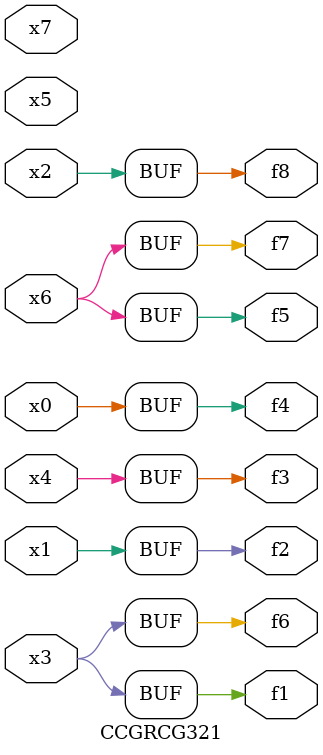
<source format=v>
module CCGRCG321(
	input x0, x1, x2, x3, x4, x5, x6, x7,
	output f1, f2, f3, f4, f5, f6, f7, f8
);
	assign f1 = x3;
	assign f2 = x1;
	assign f3 = x4;
	assign f4 = x0;
	assign f5 = x6;
	assign f6 = x3;
	assign f7 = x6;
	assign f8 = x2;
endmodule

</source>
